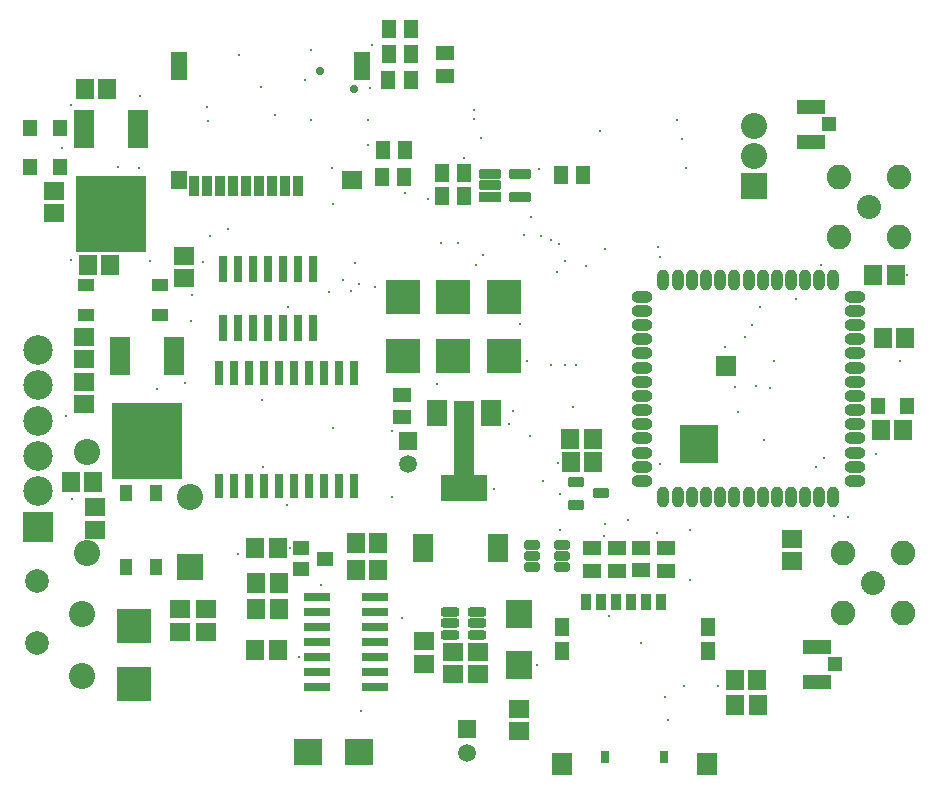
<source format=gbs>
%FSTAX23Y23*%
%MOIN*%
%SFA1B1*%

%IPPOS*%
%AMD169*
4,1,8,0.021200,0.015600,-0.021200,0.015600,-0.031000,0.005800,-0.031000,-0.005800,-0.021200,-0.015600,0.021200,-0.015600,0.031000,-0.005800,0.031000,0.005800,0.021200,0.015600,0.0*
1,1,0.019620,0.021200,0.005800*
1,1,0.019620,-0.021200,0.005800*
1,1,0.019620,-0.021200,-0.005800*
1,1,0.019620,0.021200,-0.005800*
%
%AMD180*
4,1,8,0.027100,0.016800,-0.027100,0.016800,-0.037500,0.006400,-0.037500,-0.006400,-0.027100,-0.016800,0.027100,-0.016800,0.037500,-0.006400,0.037500,0.006400,0.027100,0.016800,0.0*
1,1,0.020800,0.027100,0.006400*
1,1,0.020800,-0.027100,0.006400*
1,1,0.020800,-0.027100,-0.006400*
1,1,0.020800,0.027100,-0.006400*
%
%AMD192*
4,1,8,0.021300,0.015800,-0.021300,0.015800,-0.028200,0.008900,-0.028200,-0.008900,-0.021300,-0.015800,0.021300,-0.015800,0.028200,-0.008900,0.028200,0.008900,0.021300,0.015800,0.0*
1,1,0.013900,0.021300,0.008900*
1,1,0.013900,-0.021300,0.008900*
1,1,0.013900,-0.021300,-0.008900*
1,1,0.013900,0.021300,-0.008900*
%
%AMD198*
4,1,8,-0.021000,-0.015400,0.021000,-0.015400,0.027800,-0.008600,0.027800,0.008600,0.021000,0.015400,-0.021000,0.015400,-0.027800,0.008600,-0.027800,-0.008600,-0.021000,-0.015400,0.0*
1,1,0.013700,-0.021000,-0.008600*
1,1,0.013700,0.021000,-0.008600*
1,1,0.013700,0.021000,0.008600*
1,1,0.013700,-0.021000,0.008600*
%
%ADD54C,0.082000*%
%ADD55C,0.080000*%
%ADD119R,0.059180X0.067060*%
%ADD124R,0.067060X0.059180*%
%ADD126R,0.063120X0.047370*%
%ADD127R,0.047370X0.063120*%
%ADD130R,0.051310X0.063120*%
%ADD143R,0.051310X0.057210*%
%ADD144R,0.091470X0.097760*%
%ADD154C,0.086740*%
%ADD155R,0.086740X0.086740*%
%ADD156C,0.059180*%
%ADD157R,0.059180X0.059180*%
%ADD158C,0.078870*%
%ADD159C,0.098550*%
%ADD160R,0.098550X0.098550*%
%ADD161R,0.086740X0.086740*%
%ADD162C,0.011810*%
%ADD163C,0.027680*%
%ADD164R,0.051310X0.049340*%
%ADD165R,0.096580X0.051310*%
%ADD166R,0.058590X0.065870*%
%ADD167R,0.055240X0.039500*%
%ADD168R,0.039500X0.055240*%
G04~CAMADD=169~8~0.0~0.0~619.4~312.3~98.1~0.0~15~0.0~0.0~0.0~0.0~0~0.0~0.0~0.0~0.0~0~0.0~0.0~0.0~0.0~619.4~312.3*
%ADD169D169*%
%ADD170R,0.067060X0.094610*%
%ADD171R,0.029000X0.079000*%
%ADD172R,0.086000X0.028000*%
%ADD173R,0.053000X0.048000*%
%ADD174R,0.029260X0.039500*%
%ADD175R,0.047370X0.059180*%
%ADD176R,0.070990X0.074930*%
%ADD177R,0.033590X0.053280*%
%ADD178R,0.070990X0.126110*%
%ADD179R,0.236350X0.252100*%
G04~CAMADD=180~8~0.0~0.0~749.3~335.9~104.0~0.0~15~0.0~0.0~0.0~0.0~0~0.0~0.0~0.0~0.0~0~0.0~0.0~0.0~0.0~749.3~335.9*
%ADD180D180*%
%ADD181R,0.074930X0.033590*%
%ADD182R,0.067060X0.086740*%
%ADD183R,0.067060X0.086740*%
%ADD184R,0.157610X0.086740*%
%ADD185R,0.067060X0.263910*%
%ADD186R,0.115990X0.118240*%
%ADD187R,0.067060X0.067060*%
%ADD188R,0.126110X0.126110*%
%ADD189O,0.070990X0.039500*%
%ADD190O,0.039500X0.070990*%
%ADD191R,0.028000X0.086000*%
G04~CAMADD=192~8~0.0~0.0~564.2~316.2~69.5~0.0~15~0.0~0.0~0.0~0.0~0~0.0~0.0~0.0~0.0~0~0.0~0.0~0.0~0.0~564.2~316.2*
%ADD192D192*%
%ADD193R,0.097760X0.091470*%
%ADD194R,0.035560X0.070990*%
%ADD195R,0.070990X0.063120*%
%ADD196R,0.055240X0.063120*%
%ADD197R,0.055240X0.094610*%
G04~CAMADD=198~8~0.0~0.0~556.4~308.4~68.5~0.0~15~0.0~0.0~0.0~0.0~0~0.0~0.0~0.0~0.0~0~0.0~0.0~0.0~180.0~556.0~308.0*
%ADD198D198*%
%LNtcs-1900-1*%
%LPD*%
G54D54*
X03866Y02411D03*
X03666D03*
Y02611D03*
X03866D03*
X03851Y03662D03*
X03651D03*
Y03862D03*
X03851D03*
G54D55*
X03766Y02511D03*
X03751Y03762D03*
G54D119*
X03799Y03326D03*
X03874D03*
X03792Y03021D03*
X03867D03*
X02833Y02913D03*
X02758D03*
X02832Y0299D03*
X02757D03*
X01091Y02845D03*
X01166D03*
X01214Y04156D03*
X01139D03*
X01223Y03569D03*
X01148D03*
X01781Y02626D03*
X01706D03*
X02117Y02643D03*
X02042D03*
X02117Y02554D03*
X02042D03*
X01781Y02287D03*
X01706D03*
X0171Y02423D03*
X01785D03*
X03306Y02185D03*
X0338D03*
X03307Y02104D03*
X03381D03*
X0171Y02509D03*
X01785D03*
G54D124*
X03495Y02658D03*
Y02583D03*
X01171Y02688D03*
Y02763D03*
X01137Y03255D03*
Y0333D03*
Y03181D03*
Y03106D03*
X01542Y02423D03*
Y02348D03*
X01455Y02423D03*
Y02348D03*
X01035Y03816D03*
Y03742D03*
X01468Y03525D03*
Y036D03*
X02269Y02315D03*
Y02241D03*
X02448Y02205D03*
Y0228D03*
X02365D03*
Y02205D03*
X02585Y02015D03*
Y0209D03*
G54D126*
X02912Y02625D03*
Y02551D03*
X03075Y02625D03*
Y02551D03*
X02828Y02625D03*
Y02551D03*
X02994Y02552D03*
Y02626D03*
X02196Y03137D03*
Y03062D03*
X02339Y04275D03*
Y042D03*
G54D127*
X02403Y03801D03*
X02328D03*
X02404Y03877D03*
X02329D03*
X02226Y04358D03*
X02151D03*
X02226Y04274D03*
X02151D03*
X02225Y04185D03*
X0215D03*
X02725Y03871D03*
X028D03*
G54D130*
X02203Y03863D03*
X02128D03*
X02131Y03953D03*
X02206D03*
G54D143*
X03782Y03099D03*
X0388D03*
X00957Y04027D03*
X01056D03*
X00956Y03896D03*
X01055D03*
G54D144*
X02586Y02236D03*
Y02407D03*
G54D154*
X01489Y02798D03*
X01146Y02609D03*
Y02947D03*
X03369Y04034D03*
Y03934D03*
X0113Y02201D03*
Y02406D03*
G54D155*
X01489Y02562D03*
G54D156*
X02216Y02905D03*
X02414Y01944D03*
G54D157*
X02216Y02984D03*
X02414Y02023D03*
G54D158*
X00978Y02311D03*
Y02515D03*
G54D159*
X00981Y03169D03*
Y03051D03*
Y02933D03*
Y02815D03*
Y03287D03*
G54D160*
X00981Y02696D03*
G54D161*
X03369Y03834D03*
G54D162*
X02855Y04016D03*
X02435Y04085D03*
X02436Y04058D03*
X01871Y04188D03*
X02096Y04303D03*
X01892Y04288D03*
X01549Y0405D03*
X01545Y04097D03*
X01654Y0427D03*
X01323Y04134D03*
X01356Y03582D03*
X01615Y03689D03*
X01319Y03894D03*
X01248Y03896D03*
X01092Y04104D03*
X03316Y03079D03*
X02873Y02707D03*
X02717Y02911D03*
X02052Y03505D03*
X02106Y03497D03*
X0204Y03578D03*
X03305Y03162D03*
X03435Y03249D03*
X03878Y03536D03*
X02401Y03926D03*
X02613Y03251D03*
X02693Y03238D03*
X02312Y03174D03*
X03591Y03569D03*
X02567Y03083D03*
X02326Y03644D03*
X02667Y02851D03*
X0165Y02607D03*
X01556Y03667D03*
X01379Y03156D03*
X01474Y03178D03*
X01823Y02627D03*
X01814Y02769D03*
X02206Y03809D03*
X03157Y02686D03*
X01853Y02262D03*
X01496Y03471D03*
X03403Y02986D03*
X01494Y03383D03*
X03047Y02675D03*
X03777Y0294D03*
X02765Y03095D03*
X01731Y02895D03*
X01954Y03481D03*
X01925Y02503D03*
X03388Y0343D03*
X03135Y02168D03*
X03248Y02167D03*
X0173Y0312D03*
X03155Y02519D03*
X02868Y02668D03*
X02624Y03001D03*
X02645Y02237D03*
X02887Y024D03*
X02722Y02687D03*
X02163Y03017D03*
X02503Y02823D03*
X03081Y02052D03*
X02993Y02309D03*
X01967Y03025D03*
X02721Y02806D03*
X02163Y02797D03*
X03509Y03458D03*
X02775Y03238D03*
X02738D03*
X03375Y03167D03*
X03422Y0316D03*
X03603Y02928D03*
X03577Y02897D03*
X03362Y03371D03*
X03056Y02905D03*
X03681Y0273D03*
X03636Y02734D03*
X01893Y04053D03*
X01727Y04162D03*
X02809Y03567D03*
X03055Y03598D03*
X03049Y03629D03*
X0272Y03639D03*
X03111Y04053D03*
X03141Y03893D03*
X02465Y03604D03*
X02Y03519D03*
X02602Y03671D03*
X02692Y03653D03*
X02459Y03994D03*
X02872Y03624D03*
X02383Y03644D03*
X02588Y03372D03*
X02711Y03547D03*
X02553Y03041D03*
X03129Y0399D03*
X0266Y03665D03*
X02738Y03582D03*
X02626Y03731D03*
X02653Y0389D03*
X02089Y0416D03*
X0295Y02721D03*
X03274Y03295D03*
X03338Y03331D03*
X01533Y0358D03*
X01964Y03894D03*
X01093Y03588D03*
X02443Y03571D03*
X01774Y04069D03*
X01815Y0343D03*
X01966Y03772D03*
X02284Y03791D03*
X02025Y03483D03*
X03072Y0213D03*
X02197Y02393D03*
X01097Y02791D03*
X01077Y03068D03*
X03856Y03249D03*
X02084Y0397D03*
X02083Y04054D03*
X02059Y02082D03*
X01063Y0396D03*
G54D163*
X01922Y04218D03*
X02036Y04156D03*
G54D164*
X0364Y02239D03*
X03619Y04039D03*
G54D165*
X03579Y02181D03*
Y02297D03*
X03558Y04097D03*
Y03981D03*
G54D166*
X03842Y03537D03*
X03765D03*
G54D167*
X01388Y03404D03*
Y03504D03*
X01142Y03404D03*
Y03504D03*
G54D168*
X01376Y02809D03*
X01276D03*
X01376Y02562D03*
X01276D03*
G54D169*
X02355Y02413D03*
Y02375D03*
Y02338D03*
X02447D03*
Y02375D03*
Y02413D03*
G54D170*
X02267Y02625D03*
X02515D03*
G54D171*
X01585Y0321D03*
X01635D03*
X01685D03*
X01735D03*
X01785D03*
X01835D03*
X01885D03*
X01935D03*
X01985D03*
X02035D03*
Y02834D03*
X01985D03*
X01935D03*
X01885D03*
X01835D03*
X01785D03*
X01735D03*
X01685D03*
X01635D03*
X01585D03*
G54D172*
X02105Y02163D03*
Y02213D03*
Y02263D03*
Y02313D03*
Y02363D03*
Y02413D03*
Y02463D03*
X01911D03*
Y02413D03*
Y02363D03*
Y02313D03*
Y02263D03*
Y02213D03*
Y02163D03*
G54D173*
X0186Y02556D03*
Y02626D03*
X0194Y02591D03*
G54D174*
X02874Y01929D03*
X03068D03*
G54D175*
X03215Y02362D03*
Y02283D03*
X02728D03*
Y02362D03*
G54D176*
X03212Y01907D03*
X0273D03*
G54D177*
X0301Y02447D03*
X0291D03*
X0281D03*
X0306D03*
X0296D03*
X0286D03*
G54D178*
X01435Y03266D03*
X01255D03*
X01315Y04023D03*
X01135D03*
G54D179*
X01345Y02984D03*
X01225Y03741D03*
G54D180*
X0259Y03798D03*
Y03873D03*
X02488D03*
Y03835D03*
G54D181*
X02488Y03798D03*
G54D182*
X02493Y03076D03*
G54D183*
X02312Y03076D03*
G54D184*
X02402Y02828D03*
G54D185*
X02402Y02988D03*
G54D186*
X02536Y03463D03*
Y03267D03*
X02365Y03266D03*
Y03462D03*
X02199Y03463D03*
Y03267D03*
X01302Y02172D03*
Y02368D03*
G54D187*
X03276Y03232D03*
G54D188*
X03186Y02972D03*
G54D189*
X02997Y03464D03*
Y03417D03*
Y0337D03*
Y03322D03*
Y03275D03*
Y03228D03*
Y03181D03*
Y03133D03*
Y03086D03*
Y03039D03*
Y02992D03*
Y02944D03*
Y02897D03*
Y0285D03*
X03705Y03464D03*
Y03417D03*
Y0337D03*
Y03322D03*
Y03275D03*
Y03228D03*
Y03181D03*
Y03133D03*
Y03086D03*
Y03039D03*
Y02992D03*
Y02944D03*
Y02897D03*
Y0285D03*
G54D190*
X03067Y03519D03*
X03115D03*
X03162D03*
X03209D03*
X03256D03*
X03304D03*
X03351D03*
X03398D03*
X03445D03*
X03493D03*
X0354D03*
X03587D03*
X03634D03*
X03067Y02795D03*
X03115D03*
X03162D03*
X03209D03*
X03256D03*
X03304D03*
X03351D03*
X03398D03*
X03445D03*
X03493D03*
X0354D03*
X03587D03*
X03634D03*
G54D191*
X01598Y03361D03*
X01648D03*
X01698D03*
X01748D03*
X01798D03*
X01848D03*
X01898D03*
Y03555D03*
X01848D03*
X01798D03*
X01748D03*
X01698D03*
X01648D03*
X01598D03*
G54D192*
X02777Y02771D03*
Y02846D03*
X0286Y02809D03*
G54D193*
X01883Y01948D03*
X02053D03*
G54D194*
X01501Y03834D03*
X01545D03*
X01588D03*
X01631D03*
X01675D03*
X01718D03*
X01761D03*
X01805D03*
X01848D03*
G54D195*
X02029Y03854D03*
G54D196*
X01454Y03854D03*
G54D197*
X02064Y04232D03*
X01454D03*
G54D198*
X02729Y02636D03*
Y02599D03*
Y02562D03*
X0263D03*
Y02599D03*
Y02636D03*
M02*
</source>
